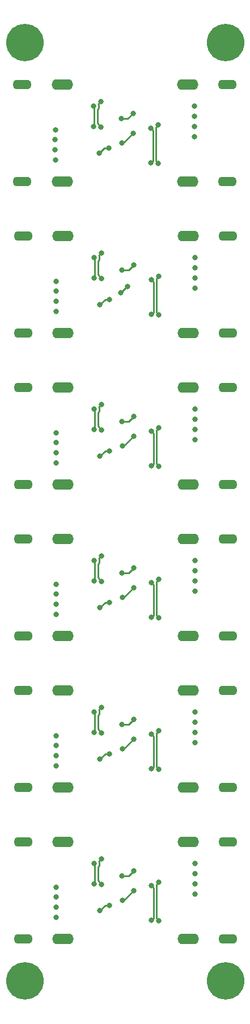
<source format=gbr>
%TF.GenerationSoftware,KiCad,Pcbnew,6.0.7-1.fc36*%
%TF.CreationDate,2022-07-28T17:35:04+01:00*%
%TF.ProjectId,pc070_aida_hdmi_rpc_hdmi,70633037-305f-4616-9964-615f68646d69,rev?*%
%TF.SameCoordinates,Original*%
%TF.FileFunction,Copper,L4,Bot*%
%TF.FilePolarity,Positive*%
%FSLAX46Y46*%
G04 Gerber Fmt 4.6, Leading zero omitted, Abs format (unit mm)*
G04 Created by KiCad (PCBNEW 6.0.7-1.fc36) date 2022-07-28 17:35:04*
%MOMM*%
%LPD*%
G01*
G04 APERTURE LIST*
%TA.AperFunction,ComponentPad*%
%ADD10O,3.200000X1.600000*%
%TD*%
%TA.AperFunction,ComponentPad*%
%ADD11O,2.820000X1.410000*%
%TD*%
%TA.AperFunction,ConnectorPad*%
%ADD12C,5.600000*%
%TD*%
%TA.AperFunction,ComponentPad*%
%ADD13C,3.600000*%
%TD*%
%TA.AperFunction,ViaPad*%
%ADD14C,0.800000*%
%TD*%
%TA.AperFunction,Conductor*%
%ADD15C,0.250000*%
%TD*%
G04 APERTURE END LIST*
D10*
%TO.P,J2,S1,SHIELD*%
%TO.N,GND*%
X99300000Y-65735000D03*
%TO.P,J2,S2,SHIELD*%
X99300000Y-51235000D03*
D11*
%TO.P,J2,S3,SHIELD*%
X105260000Y-65735000D03*
%TO.P,J2,S4,SHIELD*%
X105260000Y-51235000D03*
%TD*%
D10*
%TO.P,J9,S1,SHIELD*%
%TO.N,GND*%
X80700000Y-141659000D03*
%TO.P,J9,S2,SHIELD*%
X80700000Y-156159000D03*
D11*
%TO.P,J9,S3,SHIELD*%
X74740000Y-141659000D03*
%TO.P,J9,S4,SHIELD*%
X74740000Y-156159000D03*
%TD*%
D12*
%TO.P,H3,1,1*%
%TO.N,GND*%
X105000000Y-185000000D03*
D13*
X105000000Y-185000000D03*
%TD*%
%TO.P,H4,1,1*%
%TO.N,GND*%
X75000000Y-185000000D03*
D12*
X75000000Y-185000000D03*
%TD*%
D10*
%TO.P,J8,S1,SHIELD*%
%TO.N,GND*%
X99390000Y-133553000D03*
%TO.P,J8,S2,SHIELD*%
X99390000Y-119053000D03*
D11*
%TO.P,J8,S3,SHIELD*%
X105350000Y-133553000D03*
%TO.P,J8,S4,SHIELD*%
X105350000Y-119053000D03*
%TD*%
D10*
%TO.P,J6,S1,SHIELD*%
%TO.N,GND*%
X99390000Y-110947000D03*
%TO.P,J6,S2,SHIELD*%
X99390000Y-96447000D03*
D11*
%TO.P,J6,S3,SHIELD*%
X105350000Y-110947000D03*
%TO.P,J6,S4,SHIELD*%
X105350000Y-96447000D03*
%TD*%
D10*
%TO.P,J12,S1,SHIELD*%
%TO.N,GND*%
X99390000Y-178765000D03*
%TO.P,J12,S2,SHIELD*%
X99390000Y-164265000D03*
D11*
%TO.P,J12,S3,SHIELD*%
X105350000Y-178765000D03*
%TO.P,J12,S4,SHIELD*%
X105350000Y-164265000D03*
%TD*%
D10*
%TO.P,J3,S1,SHIELD*%
%TO.N,GND*%
X80700000Y-73841000D03*
%TO.P,J3,S2,SHIELD*%
X80700000Y-88341000D03*
D11*
%TO.P,J3,S3,SHIELD*%
X74740000Y-73841000D03*
%TO.P,J3,S4,SHIELD*%
X74740000Y-88341000D03*
%TD*%
D10*
%TO.P,J1,S1,SHIELD*%
%TO.N,GND*%
X80610000Y-51235000D03*
%TO.P,J1,S2,SHIELD*%
X80610000Y-65735000D03*
D11*
%TO.P,J1,S3,SHIELD*%
X74650000Y-51235000D03*
%TO.P,J1,S4,SHIELD*%
X74650000Y-65735000D03*
%TD*%
D13*
%TO.P,H2,1,1*%
%TO.N,GND*%
X105000000Y-45000000D03*
D12*
X105000000Y-45000000D03*
%TD*%
D10*
%TO.P,J7,S1,SHIELD*%
%TO.N,GND*%
X80700000Y-119053000D03*
%TO.P,J7,S2,SHIELD*%
X80700000Y-133553000D03*
D11*
%TO.P,J7,S3,SHIELD*%
X74740000Y-119053000D03*
%TO.P,J7,S4,SHIELD*%
X74740000Y-133553000D03*
%TD*%
D10*
%TO.P,J11,S1,SHIELD*%
%TO.N,GND*%
X80700000Y-164265000D03*
%TO.P,J11,S2,SHIELD*%
X80700000Y-178765000D03*
D11*
%TO.P,J11,S3,SHIELD*%
X74740000Y-164265000D03*
%TO.P,J11,S4,SHIELD*%
X74740000Y-178765000D03*
%TD*%
D12*
%TO.P,H1,1,1*%
%TO.N,GND*%
X75000000Y-45000000D03*
D13*
X75000000Y-45000000D03*
%TD*%
D10*
%TO.P,J4,S1,SHIELD*%
%TO.N,GND*%
X99390000Y-88341000D03*
%TO.P,J4,S2,SHIELD*%
X99390000Y-73841000D03*
D11*
%TO.P,J4,S3,SHIELD*%
X105350000Y-88341000D03*
%TO.P,J4,S4,SHIELD*%
X105350000Y-73841000D03*
%TD*%
D10*
%TO.P,J10,S1,SHIELD*%
%TO.N,GND*%
X99390000Y-156159000D03*
%TO.P,J10,S2,SHIELD*%
X99390000Y-141659000D03*
D11*
%TO.P,J10,S3,SHIELD*%
X105350000Y-156159000D03*
%TO.P,J10,S4,SHIELD*%
X105350000Y-141659000D03*
%TD*%
D10*
%TO.P,J5,S1,SHIELD*%
%TO.N,GND*%
X80700000Y-96447000D03*
%TO.P,J5,S2,SHIELD*%
X80700000Y-110947000D03*
D11*
%TO.P,J5,S3,SHIELD*%
X74740000Y-96447000D03*
%TO.P,J5,S4,SHIELD*%
X74740000Y-110947000D03*
%TD*%
D14*
%TO.N,GND*%
X100425915Y-149417874D03*
X100425915Y-104205874D03*
X100425915Y-81599874D03*
X100425915Y-172023874D03*
X100425915Y-126811874D03*
X100335915Y-58993874D03*
X79654084Y-128826148D03*
X79654084Y-151432148D03*
X79564084Y-61008148D03*
X79654084Y-83614148D03*
X79654084Y-174038148D03*
X79654084Y-106220148D03*
X100432439Y-146390915D03*
X100432439Y-101178915D03*
X100432439Y-168996915D03*
X100432439Y-78572915D03*
X100432439Y-123784915D03*
X100342439Y-55966915D03*
X100425915Y-147917874D03*
X100425915Y-102705874D03*
X100425915Y-170523874D03*
X100425915Y-80099874D03*
X100425915Y-125311874D03*
X100335915Y-57493874D03*
X79658515Y-125786285D03*
X79658515Y-148392285D03*
X79658515Y-80574285D03*
X79658515Y-170998285D03*
X79658515Y-103180285D03*
X79568515Y-57968285D03*
X79663533Y-152899359D03*
X79663533Y-85081359D03*
X79663533Y-175505359D03*
X79663533Y-107687359D03*
X79663533Y-130293359D03*
X79573533Y-62475359D03*
X100422359Y-99701005D03*
X100422359Y-167519005D03*
X100422359Y-77095005D03*
X100422359Y-122307005D03*
X100422359Y-144913005D03*
X100332359Y-54489005D03*
X79653478Y-127278958D03*
X79653478Y-149884958D03*
X79653478Y-82066958D03*
X79653478Y-172490958D03*
X79653478Y-104672958D03*
X79563478Y-59460958D03*
%TO.N,/pc070_aida_hdmi_rpc_hdmi_single/CLK*%
X86400000Y-57585000D03*
X86400000Y-53735000D03*
%TO.N,/pc070_aida_hdmi_rpc_hdmi_single/CLK\u002A*%
X85300000Y-54485000D03*
X85300000Y-57485000D03*
%TO.N,/pc070_aida_hdmi_rpc_hdmi_single/CONT*%
X91200000Y-55535000D03*
X89424951Y-56334549D03*
%TO.N,/pc070_aida_hdmi_rpc_hdmi_single/BUSY*%
X94950000Y-57235000D03*
X94950000Y-63035000D03*
%TO.N,/pc070_aida_hdmi_rpc_hdmi_single/BUSY\u002A*%
X93850000Y-57760500D03*
X93850000Y-62935000D03*
%TO.N,/pc070_aida_hdmi_rpc_hdmi_single/SPARE*%
X91200000Y-58485000D03*
X89500000Y-59985000D03*
%TO.N,/pc070_aida_hdmi_rpc_hdmi_single/TRIG*%
X87600000Y-60709500D03*
X86150000Y-61485000D03*
%TO.N,/pc070_aida_hdmi_rpc_hdmi_single1/CLK*%
X86490000Y-80191000D03*
X86490000Y-76341000D03*
%TO.N,/pc070_aida_hdmi_rpc_hdmi_single1/CLK\u002A*%
X85390000Y-77091000D03*
X85390000Y-80091000D03*
%TO.N,/pc070_aida_hdmi_rpc_hdmi_single1/CONT*%
X91290000Y-78141000D03*
X89514951Y-78940549D03*
%TO.N,/pc070_aida_hdmi_rpc_hdmi_single1/BUSY*%
X95040000Y-79841000D03*
X95040000Y-85641000D03*
%TO.N,/pc070_aida_hdmi_rpc_hdmi_single1/BUSY\u002A*%
X93940000Y-80366500D03*
X93940000Y-85541000D03*
%TO.N,/pc070_aida_hdmi_rpc_hdmi_single1/SPARE*%
X90382356Y-81334144D03*
X89317008Y-82317992D03*
%TO.N,/pc070_aida_hdmi_rpc_hdmi_single1/TRIG*%
X87690000Y-83315500D03*
X86240000Y-84091000D03*
%TO.N,/pc070_aida_hdmi_rpc_hdmi_single2/CLK*%
X86490000Y-102797000D03*
X86490000Y-98947000D03*
%TO.N,/pc070_aida_hdmi_rpc_hdmi_single2/CLK\u002A*%
X85390000Y-99697000D03*
X85390000Y-102697000D03*
%TO.N,/pc070_aida_hdmi_rpc_hdmi_single2/CONT*%
X91290000Y-100747000D03*
X89514951Y-101546549D03*
%TO.N,/pc070_aida_hdmi_rpc_hdmi_single2/BUSY*%
X95040000Y-102447000D03*
X95040000Y-108247000D03*
%TO.N,/pc070_aida_hdmi_rpc_hdmi_single2/BUSY\u002A*%
X93940000Y-102972500D03*
X93940000Y-108147000D03*
%TO.N,/pc070_aida_hdmi_rpc_hdmi_single2/SPARE*%
X91290000Y-103697000D03*
X89590000Y-105197000D03*
%TO.N,/pc070_aida_hdmi_rpc_hdmi_single2/TRIG*%
X87690000Y-105921500D03*
X86240000Y-106697000D03*
%TO.N,/pc070_aida_hdmi_rpc_hdmi_single4/CLK*%
X86490000Y-125403000D03*
X86490000Y-121553000D03*
%TO.N,/pc070_aida_hdmi_rpc_hdmi_single4/CLK\u002A*%
X85390000Y-122303000D03*
X85390000Y-125303000D03*
%TO.N,/pc070_aida_hdmi_rpc_hdmi_single4/CONT*%
X91290000Y-123353000D03*
X89514951Y-124152549D03*
%TO.N,/pc070_aida_hdmi_rpc_hdmi_single4/BUSY*%
X95040000Y-125053000D03*
X95040000Y-130853000D03*
%TO.N,/pc070_aida_hdmi_rpc_hdmi_single4/BUSY\u002A*%
X93940000Y-125578500D03*
X93940000Y-130753000D03*
%TO.N,/pc070_aida_hdmi_rpc_hdmi_single4/SPARE*%
X91290000Y-126303000D03*
X89590000Y-127803000D03*
%TO.N,/pc070_aida_hdmi_rpc_hdmi_single4/TRIG*%
X87690000Y-128527500D03*
X86240000Y-129303000D03*
%TO.N,/pc070_aida_hdmi_rpc_hdmi_single5/CLK*%
X86490000Y-148009000D03*
X86490000Y-144159000D03*
%TO.N,/pc070_aida_hdmi_rpc_hdmi_single5/CLK\u002A*%
X85390000Y-144909000D03*
X85390000Y-147909000D03*
%TO.N,/pc070_aida_hdmi_rpc_hdmi_single5/CONT*%
X91290000Y-145959000D03*
X89514951Y-146758549D03*
%TO.N,/pc070_aida_hdmi_rpc_hdmi_single5/BUSY*%
X95040000Y-147659000D03*
X95040000Y-153459000D03*
%TO.N,/pc070_aida_hdmi_rpc_hdmi_single5/BUSY\u002A*%
X93940000Y-148184500D03*
X93940000Y-153359000D03*
%TO.N,/pc070_aida_hdmi_rpc_hdmi_single5/SPARE*%
X91290000Y-148909000D03*
X89590000Y-150409000D03*
%TO.N,/pc070_aida_hdmi_rpc_hdmi_single5/TRIG*%
X87690000Y-151133500D03*
X86240000Y-151909000D03*
%TO.N,/pc070_aida_hdmi_rpc_hdmi_single3/CLK*%
X86490000Y-170615000D03*
X86490000Y-166765000D03*
%TO.N,/pc070_aida_hdmi_rpc_hdmi_single3/CLK\u002A*%
X85390000Y-167515000D03*
X85390000Y-170515000D03*
%TO.N,/pc070_aida_hdmi_rpc_hdmi_single3/CONT*%
X91290000Y-168565000D03*
X89514951Y-169364549D03*
%TO.N,/pc070_aida_hdmi_rpc_hdmi_single3/BUSY*%
X95040000Y-170265000D03*
X95040000Y-176065000D03*
%TO.N,/pc070_aida_hdmi_rpc_hdmi_single3/BUSY\u002A*%
X93940000Y-170790500D03*
X93940000Y-175965000D03*
%TO.N,/pc070_aida_hdmi_rpc_hdmi_single3/SPARE*%
X91290000Y-171515000D03*
X89590000Y-173015000D03*
%TO.N,/pc070_aida_hdmi_rpc_hdmi_single3/TRIG*%
X87690000Y-173739500D03*
X86240000Y-174515000D03*
%TD*%
D15*
%TO.N,/pc070_aida_hdmi_rpc_hdmi_single/CLK*%
X85850000Y-57010386D02*
X85850000Y-54959614D01*
X85987307Y-54147693D02*
X86400000Y-53735000D01*
X86024511Y-54785103D02*
X86024511Y-54184897D01*
X85850000Y-54959614D02*
X86024511Y-54785103D01*
X86024511Y-57209511D02*
X86024511Y-57184897D01*
X86024511Y-57184897D02*
X85850000Y-57010386D01*
X86024511Y-54184897D02*
X85987307Y-54147693D01*
X86400000Y-57585000D02*
X86024511Y-57209511D01*
%TO.N,/pc070_aida_hdmi_rpc_hdmi_single/CLK\u002A*%
X85400480Y-54585480D02*
X85300000Y-54485000D01*
X85300000Y-57485000D02*
X85400480Y-57384520D01*
X85400480Y-57384520D02*
X85400480Y-54585480D01*
%TO.N,/pc070_aida_hdmi_rpc_hdmi_single/CONT*%
X89424951Y-56334549D02*
X90400451Y-56334549D01*
X90400451Y-56334549D02*
X91200000Y-55535000D01*
%TO.N,/pc070_aida_hdmi_rpc_hdmi_single/BUSY*%
X94600000Y-62685000D02*
X94600000Y-57585000D01*
X94600000Y-57585000D02*
X94950000Y-57235000D01*
X94950000Y-63035000D02*
X94600000Y-62685000D01*
%TO.N,/pc070_aida_hdmi_rpc_hdmi_single/BUSY\u002A*%
X94150480Y-62634520D02*
X94150480Y-58060980D01*
X94150480Y-58060980D02*
X93850000Y-57760500D01*
X93850000Y-62935000D02*
X94150480Y-62634520D01*
%TO.N,/pc070_aida_hdmi_rpc_hdmi_single/SPARE*%
X89700000Y-59985000D02*
X91200000Y-58485000D01*
X89600000Y-59985000D02*
X89700000Y-59985000D01*
X89500000Y-59985000D02*
X89600000Y-59985000D01*
%TO.N,/pc070_aida_hdmi_rpc_hdmi_single/TRIG*%
X86925500Y-60709500D02*
X86150000Y-61485000D01*
X87600000Y-60709500D02*
X86925500Y-60709500D01*
%TO.N,/pc070_aida_hdmi_rpc_hdmi_single1/CLK*%
X85940000Y-79616386D02*
X85940000Y-77565614D01*
X86077307Y-76753693D02*
X86490000Y-76341000D01*
X86114511Y-77391103D02*
X86114511Y-76790897D01*
X85940000Y-77565614D02*
X86114511Y-77391103D01*
X86114511Y-79815511D02*
X86114511Y-79790897D01*
X86114511Y-79790897D02*
X85940000Y-79616386D01*
X86114511Y-76790897D02*
X86077307Y-76753693D01*
X86490000Y-80191000D02*
X86114511Y-79815511D01*
%TO.N,/pc070_aida_hdmi_rpc_hdmi_single1/CLK\u002A*%
X85490480Y-77191480D02*
X85390000Y-77091000D01*
X85390000Y-80091000D02*
X85490480Y-79990520D01*
X85490480Y-79990520D02*
X85490480Y-77191480D01*
%TO.N,/pc070_aida_hdmi_rpc_hdmi_single1/CONT*%
X89514951Y-78940549D02*
X90490451Y-78940549D01*
X90490451Y-78940549D02*
X91290000Y-78141000D01*
%TO.N,/pc070_aida_hdmi_rpc_hdmi_single1/BUSY*%
X94690000Y-85291000D02*
X94690000Y-80191000D01*
X94690000Y-80191000D02*
X95040000Y-79841000D01*
X95040000Y-85641000D02*
X94690000Y-85291000D01*
%TO.N,/pc070_aida_hdmi_rpc_hdmi_single1/BUSY\u002A*%
X94240480Y-85240520D02*
X94240480Y-80666980D01*
X94240480Y-80666980D02*
X93940000Y-80366500D01*
X93940000Y-85541000D02*
X94240480Y-85240520D01*
%TO.N,/pc070_aida_hdmi_rpc_hdmi_single1/SPARE*%
X90300856Y-81334144D02*
X89317008Y-82317992D01*
X90382356Y-81334144D02*
X90300856Y-81334144D01*
%TO.N,/pc070_aida_hdmi_rpc_hdmi_single1/TRIG*%
X87015500Y-83315500D02*
X86240000Y-84091000D01*
X87690000Y-83315500D02*
X87015500Y-83315500D01*
%TO.N,/pc070_aida_hdmi_rpc_hdmi_single2/CLK*%
X85940000Y-102222386D02*
X85940000Y-100171614D01*
X86077307Y-99359693D02*
X86490000Y-98947000D01*
X86114511Y-99997103D02*
X86114511Y-99396897D01*
X85940000Y-100171614D02*
X86114511Y-99997103D01*
X86114511Y-102421511D02*
X86114511Y-102396897D01*
X86114511Y-102396897D02*
X85940000Y-102222386D01*
X86114511Y-99396897D02*
X86077307Y-99359693D01*
X86490000Y-102797000D02*
X86114511Y-102421511D01*
%TO.N,/pc070_aida_hdmi_rpc_hdmi_single2/CLK\u002A*%
X85490480Y-99797480D02*
X85390000Y-99697000D01*
X85390000Y-102697000D02*
X85490480Y-102596520D01*
X85490480Y-102596520D02*
X85490480Y-99797480D01*
%TO.N,/pc070_aida_hdmi_rpc_hdmi_single2/CONT*%
X89514951Y-101546549D02*
X90490451Y-101546549D01*
X90490451Y-101546549D02*
X91290000Y-100747000D01*
%TO.N,/pc070_aida_hdmi_rpc_hdmi_single2/BUSY*%
X94690000Y-107897000D02*
X94690000Y-102797000D01*
X94690000Y-102797000D02*
X95040000Y-102447000D01*
X95040000Y-108247000D02*
X94690000Y-107897000D01*
X94664511Y-107897000D02*
X94639022Y-107897000D01*
%TO.N,/pc070_aida_hdmi_rpc_hdmi_single2/BUSY\u002A*%
X94240480Y-107846520D02*
X94240480Y-103272980D01*
X94240480Y-103272980D02*
X93940000Y-102972500D01*
X93940000Y-108147000D02*
X94240480Y-107846520D01*
%TO.N,/pc070_aida_hdmi_rpc_hdmi_single2/SPARE*%
X89790000Y-105197000D02*
X91290000Y-103697000D01*
X89690000Y-105197000D02*
X89790000Y-105197000D01*
X89590000Y-105197000D02*
X89690000Y-105197000D01*
%TO.N,/pc070_aida_hdmi_rpc_hdmi_single2/TRIG*%
X87015500Y-105921500D02*
X86240000Y-106697000D01*
X87690000Y-105921500D02*
X87015500Y-105921500D01*
%TO.N,/pc070_aida_hdmi_rpc_hdmi_single4/CLK*%
X85940000Y-124828386D02*
X85940000Y-122777614D01*
X86077307Y-121965693D02*
X86490000Y-121553000D01*
X86114511Y-122603103D02*
X86114511Y-122002897D01*
X85940000Y-122777614D02*
X86114511Y-122603103D01*
X86114511Y-125027511D02*
X86114511Y-125002897D01*
X86114511Y-125002897D02*
X85940000Y-124828386D01*
X86114511Y-122002897D02*
X86077307Y-121965693D01*
X86490000Y-125403000D02*
X86114511Y-125027511D01*
%TO.N,/pc070_aida_hdmi_rpc_hdmi_single4/CLK\u002A*%
X85490480Y-122403480D02*
X85390000Y-122303000D01*
X85390000Y-125303000D02*
X85490480Y-125202520D01*
X85490480Y-125202520D02*
X85490480Y-122403480D01*
%TO.N,/pc070_aida_hdmi_rpc_hdmi_single4/CONT*%
X89514951Y-124152549D02*
X90490451Y-124152549D01*
X90490451Y-124152549D02*
X91290000Y-123353000D01*
%TO.N,/pc070_aida_hdmi_rpc_hdmi_single4/BUSY*%
X94690000Y-130503000D02*
X94690000Y-125403000D01*
X94690000Y-125403000D02*
X95040000Y-125053000D01*
X95040000Y-130853000D02*
X94690000Y-130503000D01*
%TO.N,/pc070_aida_hdmi_rpc_hdmi_single4/BUSY\u002A*%
X94240480Y-130452520D02*
X94240480Y-125878980D01*
X94240480Y-125878980D02*
X93940000Y-125578500D01*
X93940000Y-130753000D02*
X94240480Y-130452520D01*
%TO.N,/pc070_aida_hdmi_rpc_hdmi_single4/SPARE*%
X89790000Y-127803000D02*
X91290000Y-126303000D01*
X89690000Y-127803000D02*
X89790000Y-127803000D01*
X89590000Y-127803000D02*
X89690000Y-127803000D01*
%TO.N,/pc070_aida_hdmi_rpc_hdmi_single4/TRIG*%
X87015500Y-128527500D02*
X86240000Y-129303000D01*
X87690000Y-128527500D02*
X87015500Y-128527500D01*
%TO.N,/pc070_aida_hdmi_rpc_hdmi_single5/CLK*%
X85940000Y-147434386D02*
X85940000Y-145383614D01*
X86077307Y-144571693D02*
X86490000Y-144159000D01*
X86114511Y-145209103D02*
X86114511Y-144608897D01*
X85940000Y-145383614D02*
X86114511Y-145209103D01*
X86114511Y-147633511D02*
X86114511Y-147608897D01*
X86114511Y-147608897D02*
X85940000Y-147434386D01*
X86114511Y-144608897D02*
X86077307Y-144571693D01*
X86490000Y-148009000D02*
X86114511Y-147633511D01*
%TO.N,/pc070_aida_hdmi_rpc_hdmi_single5/CLK\u002A*%
X85490480Y-145009480D02*
X85390000Y-144909000D01*
X85390000Y-147909000D02*
X85490480Y-147808520D01*
X85490480Y-147808520D02*
X85490480Y-145009480D01*
%TO.N,/pc070_aida_hdmi_rpc_hdmi_single5/CONT*%
X89514951Y-146758549D02*
X90490451Y-146758549D01*
X90490451Y-146758549D02*
X91290000Y-145959000D01*
%TO.N,/pc070_aida_hdmi_rpc_hdmi_single5/BUSY*%
X94690000Y-153109000D02*
X94690000Y-148009000D01*
X94690000Y-148009000D02*
X95040000Y-147659000D01*
X95040000Y-153459000D02*
X94690000Y-153109000D01*
%TO.N,/pc070_aida_hdmi_rpc_hdmi_single5/BUSY\u002A*%
X94240480Y-153058520D02*
X94240480Y-148484980D01*
X94240480Y-148484980D02*
X93940000Y-148184500D01*
X93940000Y-153359000D02*
X94240480Y-153058520D01*
%TO.N,/pc070_aida_hdmi_rpc_hdmi_single5/SPARE*%
X89790000Y-150409000D02*
X91290000Y-148909000D01*
X89690000Y-150409000D02*
X89790000Y-150409000D01*
X89590000Y-150409000D02*
X89690000Y-150409000D01*
%TO.N,/pc070_aida_hdmi_rpc_hdmi_single5/TRIG*%
X87015500Y-151133500D02*
X86240000Y-151909000D01*
X87690000Y-151133500D02*
X87015500Y-151133500D01*
%TO.N,/pc070_aida_hdmi_rpc_hdmi_single3/CLK*%
X85940000Y-170040386D02*
X85940000Y-167989614D01*
X86077307Y-167177693D02*
X86490000Y-166765000D01*
X86114511Y-167815103D02*
X86114511Y-167214897D01*
X85940000Y-167989614D02*
X86114511Y-167815103D01*
X86114511Y-170239511D02*
X86114511Y-170214897D01*
X86114511Y-170214897D02*
X85940000Y-170040386D01*
X86114511Y-167214897D02*
X86077307Y-167177693D01*
X86490000Y-170615000D02*
X86114511Y-170239511D01*
%TO.N,/pc070_aida_hdmi_rpc_hdmi_single3/CLK\u002A*%
X85490480Y-167615480D02*
X85390000Y-167515000D01*
X85390000Y-170515000D02*
X85490480Y-170414520D01*
X85490480Y-170414520D02*
X85490480Y-167615480D01*
%TO.N,/pc070_aida_hdmi_rpc_hdmi_single3/CONT*%
X89514951Y-169364549D02*
X90490451Y-169364549D01*
X90490451Y-169364549D02*
X91290000Y-168565000D01*
%TO.N,/pc070_aida_hdmi_rpc_hdmi_single3/BUSY*%
X94690000Y-175715000D02*
X94690000Y-170615000D01*
X94690000Y-170615000D02*
X95040000Y-170265000D01*
X95040000Y-176065000D02*
X94690000Y-175715000D01*
%TO.N,/pc070_aida_hdmi_rpc_hdmi_single3/BUSY\u002A*%
X94240480Y-175664520D02*
X94240480Y-171090980D01*
X94240480Y-171090980D02*
X93940000Y-170790500D01*
X93940000Y-175965000D02*
X94240480Y-175664520D01*
%TO.N,/pc070_aida_hdmi_rpc_hdmi_single3/SPARE*%
X89790000Y-173015000D02*
X91290000Y-171515000D01*
X89690000Y-173015000D02*
X89790000Y-173015000D01*
X89590000Y-173015000D02*
X89690000Y-173015000D01*
%TO.N,/pc070_aida_hdmi_rpc_hdmi_single3/TRIG*%
X87015500Y-173739500D02*
X86240000Y-174515000D01*
X87690000Y-173739500D02*
X87015500Y-173739500D01*
%TD*%
M02*

</source>
